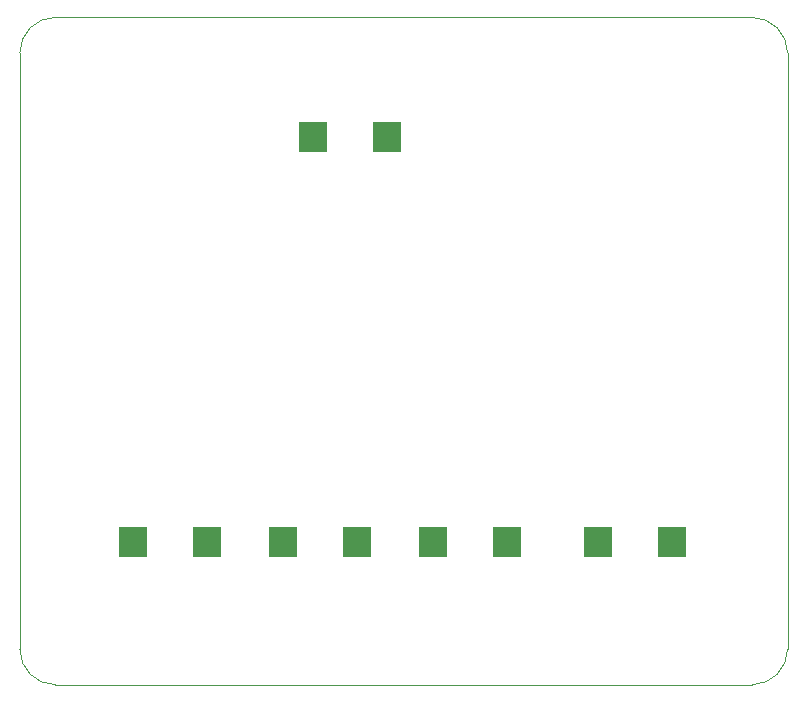
<source format=gbr>
%TF.GenerationSoftware,KiCad,Pcbnew,4.0.7*%
%TF.CreationDate,2018-01-22T14:26:12+01:00*%
%TF.ProjectId,RPi_Hat,5250695F4861742E6B696361645F7063,rev?*%
%TF.FileFunction,Paste,Bot*%
%FSLAX46Y46*%
G04 Gerber Fmt 4.6, Leading zero omitted, Abs format (unit mm)*
G04 Created by KiCad (PCBNEW 4.0.7) date 01/22/18 14:26:12*
%MOMM*%
%LPD*%
G01*
G04 APERTURE LIST*
%ADD10C,0.050000*%
%ADD11C,0.100000*%
%ADD12R,2.400000X2.500000*%
G04 APERTURE END LIST*
D10*
D11*
X55070000Y-48260000D02*
X114070000Y-48260000D01*
X117070000Y-51260000D02*
G75*
G03X114070000Y-48260000I-3000000J0D01*
G01*
X55070000Y-48260000D02*
G75*
G03X52070000Y-51260000I0J-3000000D01*
G01*
X117070000Y-51260000D02*
X117070000Y-101760000D01*
X52070000Y-93980000D02*
X52070000Y-63500000D01*
X114070000Y-104760000D02*
G75*
G03X117070000Y-101760000I0J3000000D01*
G01*
X52070000Y-101760000D02*
G75*
G03X55070000Y-104760000I3000000J0D01*
G01*
X52070000Y-86260000D02*
X52070000Y-101760000D01*
X52070000Y-51260000D02*
X52070000Y-67260000D01*
X55070000Y-104760000D02*
X114070000Y-104760000D01*
D12*
X100990000Y-92710000D03*
X107290000Y-92710000D03*
X87020000Y-92710000D03*
X93320000Y-92710000D03*
X74320000Y-92710000D03*
X80620000Y-92710000D03*
X61620000Y-92710000D03*
X67920000Y-92710000D03*
X76860000Y-58420000D03*
X83160000Y-58420000D03*
M02*

</source>
